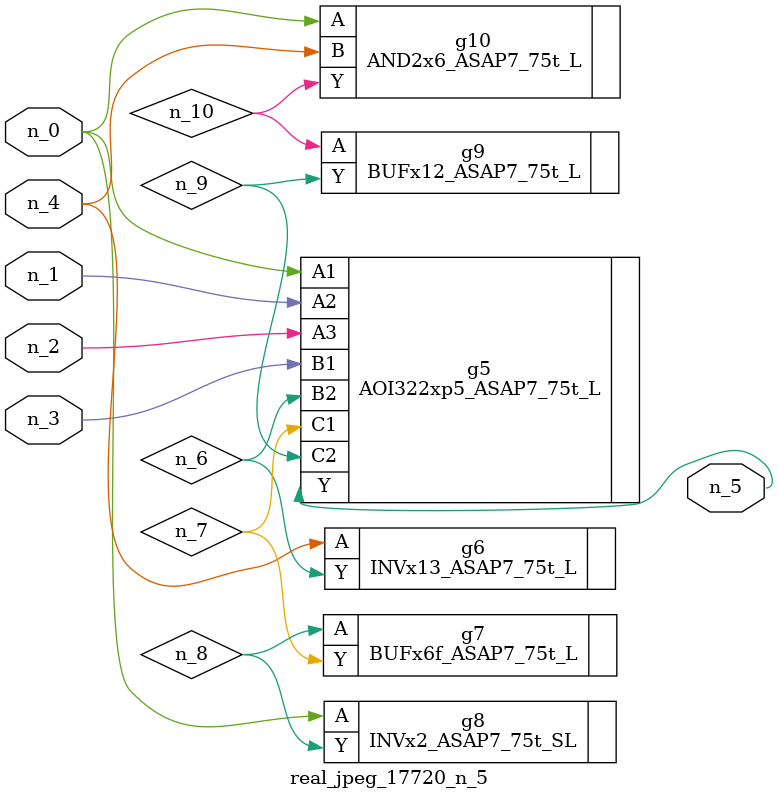
<source format=v>
module real_jpeg_17720_n_5 (n_4, n_0, n_1, n_2, n_3, n_5);

input n_4;
input n_0;
input n_1;
input n_2;
input n_3;

output n_5;

wire n_8;
wire n_6;
wire n_7;
wire n_10;
wire n_9;

AOI322xp5_ASAP7_75t_L g5 ( 
.A1(n_0),
.A2(n_1),
.A3(n_2),
.B1(n_3),
.B2(n_6),
.C1(n_7),
.C2(n_9),
.Y(n_5)
);

INVx2_ASAP7_75t_SL g8 ( 
.A(n_0),
.Y(n_8)
);

AND2x6_ASAP7_75t_L g10 ( 
.A(n_0),
.B(n_4),
.Y(n_10)
);

INVx13_ASAP7_75t_L g6 ( 
.A(n_4),
.Y(n_6)
);

BUFx6f_ASAP7_75t_L g7 ( 
.A(n_8),
.Y(n_7)
);

BUFx12_ASAP7_75t_L g9 ( 
.A(n_10),
.Y(n_9)
);


endmodule
</source>
